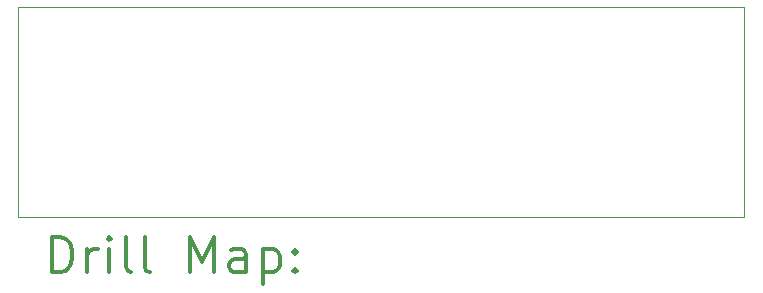
<source format=gbr>
%FSLAX45Y45*%
G04 Gerber Fmt 4.5, Leading zero omitted, Abs format (unit mm)*
G04 Created by KiCad (PCBNEW (5.1.5-0-10_14)) date 2020-03-21 13:08:16*
%MOMM*%
%LPD*%
G04 APERTURE LIST*
%TA.AperFunction,Profile*%
%ADD10C,0.050000*%
%TD*%
%ADD11C,0.200000*%
%ADD12C,0.300000*%
G04 APERTURE END LIST*
D10*
X1524000Y-2032000D02*
X7670800Y-2032000D01*
X1524000Y-3810000D02*
X1524000Y-2032000D01*
X7670800Y-3810000D02*
X1524000Y-3810000D01*
X7670800Y-2032000D02*
X7670800Y-3810000D01*
D11*
D12*
X1807928Y-4278214D02*
X1807928Y-3978214D01*
X1879357Y-3978214D01*
X1922214Y-3992500D01*
X1950786Y-4021071D01*
X1965071Y-4049643D01*
X1979357Y-4106786D01*
X1979357Y-4149643D01*
X1965071Y-4206786D01*
X1950786Y-4235357D01*
X1922214Y-4263929D01*
X1879357Y-4278214D01*
X1807928Y-4278214D01*
X2107928Y-4278214D02*
X2107928Y-4078214D01*
X2107928Y-4135357D02*
X2122214Y-4106786D01*
X2136500Y-4092500D01*
X2165071Y-4078214D01*
X2193643Y-4078214D01*
X2293643Y-4278214D02*
X2293643Y-4078214D01*
X2293643Y-3978214D02*
X2279357Y-3992500D01*
X2293643Y-4006786D01*
X2307928Y-3992500D01*
X2293643Y-3978214D01*
X2293643Y-4006786D01*
X2479357Y-4278214D02*
X2450786Y-4263929D01*
X2436500Y-4235357D01*
X2436500Y-3978214D01*
X2636500Y-4278214D02*
X2607928Y-4263929D01*
X2593643Y-4235357D01*
X2593643Y-3978214D01*
X2979357Y-4278214D02*
X2979357Y-3978214D01*
X3079357Y-4192500D01*
X3179357Y-3978214D01*
X3179357Y-4278214D01*
X3450786Y-4278214D02*
X3450786Y-4121071D01*
X3436500Y-4092500D01*
X3407928Y-4078214D01*
X3350786Y-4078214D01*
X3322214Y-4092500D01*
X3450786Y-4263929D02*
X3422214Y-4278214D01*
X3350786Y-4278214D01*
X3322214Y-4263929D01*
X3307928Y-4235357D01*
X3307928Y-4206786D01*
X3322214Y-4178214D01*
X3350786Y-4163929D01*
X3422214Y-4163929D01*
X3450786Y-4149643D01*
X3593643Y-4078214D02*
X3593643Y-4378214D01*
X3593643Y-4092500D02*
X3622214Y-4078214D01*
X3679357Y-4078214D01*
X3707928Y-4092500D01*
X3722214Y-4106786D01*
X3736500Y-4135357D01*
X3736500Y-4221072D01*
X3722214Y-4249643D01*
X3707928Y-4263929D01*
X3679357Y-4278214D01*
X3622214Y-4278214D01*
X3593643Y-4263929D01*
X3865071Y-4249643D02*
X3879357Y-4263929D01*
X3865071Y-4278214D01*
X3850786Y-4263929D01*
X3865071Y-4249643D01*
X3865071Y-4278214D01*
X3865071Y-4092500D02*
X3879357Y-4106786D01*
X3865071Y-4121071D01*
X3850786Y-4106786D01*
X3865071Y-4092500D01*
X3865071Y-4121071D01*
M02*

</source>
